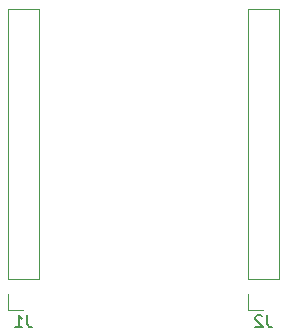
<source format=gbr>
%TF.GenerationSoftware,KiCad,Pcbnew,(5.1.9)-1*%
%TF.CreationDate,2021-06-24T15:24:35+01:00*%
%TF.ProjectId,usteppers_hat,75737465-7070-4657-9273-5f6861742e6b,rev?*%
%TF.SameCoordinates,Original*%
%TF.FileFunction,Legend,Bot*%
%TF.FilePolarity,Positive*%
%FSLAX46Y46*%
G04 Gerber Fmt 4.6, Leading zero omitted, Abs format (unit mm)*
G04 Created by KiCad (PCBNEW (5.1.9)-1) date 2021-06-24 15:24:35*
%MOMM*%
%LPD*%
G01*
G04 APERTURE LIST*
%ADD10C,0.120000*%
%ADD11C,0.150000*%
G04 APERTURE END LIST*
D10*
%TO.C,J2*%
X190440000Y-91500000D02*
X191770000Y-91500000D01*
X190440000Y-90170000D02*
X190440000Y-91500000D01*
X190440000Y-88900000D02*
X193100000Y-88900000D01*
X193100000Y-88900000D02*
X193100000Y-65980000D01*
X190440000Y-88900000D02*
X190440000Y-65980000D01*
X190440000Y-65980000D02*
X193100000Y-65980000D01*
%TO.C,J1*%
X170120000Y-91500000D02*
X171450000Y-91500000D01*
X170120000Y-90170000D02*
X170120000Y-91500000D01*
X170120000Y-88900000D02*
X172780000Y-88900000D01*
X172780000Y-88900000D02*
X172780000Y-65980000D01*
X170120000Y-88900000D02*
X170120000Y-65980000D01*
X170120000Y-65980000D02*
X172780000Y-65980000D01*
%TO.C,J2*%
D11*
X192103333Y-91952380D02*
X192103333Y-92666666D01*
X192150952Y-92809523D01*
X192246190Y-92904761D01*
X192389047Y-92952380D01*
X192484285Y-92952380D01*
X191674761Y-92047619D02*
X191627142Y-92000000D01*
X191531904Y-91952380D01*
X191293809Y-91952380D01*
X191198571Y-92000000D01*
X191150952Y-92047619D01*
X191103333Y-92142857D01*
X191103333Y-92238095D01*
X191150952Y-92380952D01*
X191722380Y-92952380D01*
X191103333Y-92952380D01*
%TO.C,J1*%
X171783333Y-91952380D02*
X171783333Y-92666666D01*
X171830952Y-92809523D01*
X171926190Y-92904761D01*
X172069047Y-92952380D01*
X172164285Y-92952380D01*
X170783333Y-92952380D02*
X171354761Y-92952380D01*
X171069047Y-92952380D02*
X171069047Y-91952380D01*
X171164285Y-92095238D01*
X171259523Y-92190476D01*
X171354761Y-92238095D01*
%TD*%
M02*

</source>
